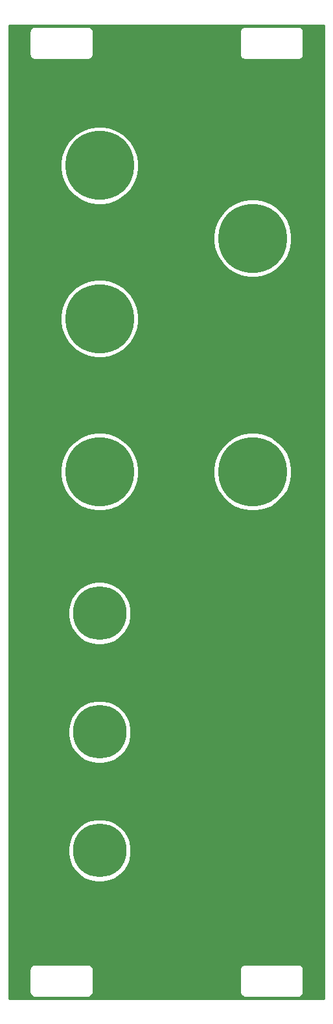
<source format=gbr>
G04 #@! TF.GenerationSoftware,KiCad,Pcbnew,5.1.4*
G04 #@! TF.CreationDate,2019-10-24T23:25:40+02:00*
G04 #@! TF.ProjectId,faceplate,66616365-706c-4617-9465-2e6b69636164,rev?*
G04 #@! TF.SameCoordinates,Original*
G04 #@! TF.FileFunction,Copper,L2,Bot*
G04 #@! TF.FilePolarity,Positive*
%FSLAX46Y46*%
G04 Gerber Fmt 4.6, Leading zero omitted, Abs format (unit mm)*
G04 Created by KiCad (PCBNEW 5.1.4) date 2019-10-24 23:25:40*
%MOMM*%
%LPD*%
G04 APERTURE LIST*
%ADD10C,9.000000*%
%ADD11C,7.000000*%
%ADD12C,0.254000*%
G04 APERTURE END LIST*
D10*
X109000000Y-59000000D03*
X109000000Y-79000000D03*
X109000000Y-99000000D03*
D11*
X109000000Y-117500000D03*
X109000000Y-133000000D03*
X109000000Y-148500000D03*
D10*
X129000000Y-68500000D03*
X129000000Y-99000000D03*
D12*
G36*
X138340001Y-167840000D02*
G01*
X97160000Y-167840000D01*
X97160000Y-164000000D01*
X99836807Y-164000000D01*
X99840001Y-164032429D01*
X99840000Y-166967580D01*
X99836807Y-167000000D01*
X99849550Y-167129383D01*
X99887290Y-167253793D01*
X99948575Y-167368450D01*
X100031052Y-167468948D01*
X100131550Y-167551425D01*
X100246207Y-167612710D01*
X100370617Y-167650450D01*
X100500000Y-167663193D01*
X100532419Y-167660000D01*
X107467581Y-167660000D01*
X107500000Y-167663193D01*
X107532419Y-167660000D01*
X107629383Y-167650450D01*
X107753793Y-167612710D01*
X107868450Y-167551425D01*
X107968948Y-167468948D01*
X108051425Y-167368450D01*
X108112710Y-167253793D01*
X108150450Y-167129383D01*
X108163193Y-167000000D01*
X108160000Y-166967581D01*
X108160000Y-164032419D01*
X108163193Y-164000000D01*
X127336807Y-164000000D01*
X127340001Y-164032429D01*
X127340000Y-166967580D01*
X127336807Y-167000000D01*
X127349550Y-167129383D01*
X127387290Y-167253793D01*
X127448575Y-167368450D01*
X127531052Y-167468948D01*
X127631550Y-167551425D01*
X127746207Y-167612710D01*
X127870617Y-167650450D01*
X128000000Y-167663193D01*
X128032419Y-167660000D01*
X134967581Y-167660000D01*
X135000000Y-167663193D01*
X135032419Y-167660000D01*
X135129383Y-167650450D01*
X135253793Y-167612710D01*
X135368450Y-167551425D01*
X135468948Y-167468948D01*
X135551425Y-167368450D01*
X135612710Y-167253793D01*
X135650450Y-167129383D01*
X135663193Y-167000000D01*
X135660000Y-166967581D01*
X135660000Y-164032419D01*
X135663193Y-164000000D01*
X135650450Y-163870617D01*
X135612710Y-163746207D01*
X135551425Y-163631550D01*
X135468948Y-163531052D01*
X135368450Y-163448575D01*
X135253793Y-163387290D01*
X135129383Y-163349550D01*
X135032419Y-163340000D01*
X135000000Y-163336807D01*
X134967581Y-163340000D01*
X128032419Y-163340000D01*
X128000000Y-163336807D01*
X127967581Y-163340000D01*
X127870617Y-163349550D01*
X127746207Y-163387290D01*
X127631550Y-163448575D01*
X127531052Y-163531052D01*
X127448575Y-163631550D01*
X127387290Y-163746207D01*
X127349550Y-163870617D01*
X127336807Y-164000000D01*
X108163193Y-164000000D01*
X108150450Y-163870617D01*
X108112710Y-163746207D01*
X108051425Y-163631550D01*
X107968948Y-163531052D01*
X107868450Y-163448575D01*
X107753793Y-163387290D01*
X107629383Y-163349550D01*
X107532419Y-163340000D01*
X107500000Y-163336807D01*
X107467581Y-163340000D01*
X100532419Y-163340000D01*
X100500000Y-163336807D01*
X100467581Y-163340000D01*
X100370617Y-163349550D01*
X100246207Y-163387290D01*
X100131550Y-163448575D01*
X100031052Y-163531052D01*
X99948575Y-163631550D01*
X99887290Y-163746207D01*
X99849550Y-163870617D01*
X99836807Y-164000000D01*
X97160000Y-164000000D01*
X97160000Y-148092738D01*
X104865000Y-148092738D01*
X104865000Y-148907262D01*
X105023906Y-149706135D01*
X105335611Y-150458657D01*
X105788136Y-151135909D01*
X106364091Y-151711864D01*
X107041343Y-152164389D01*
X107793865Y-152476094D01*
X108592738Y-152635000D01*
X109407262Y-152635000D01*
X110206135Y-152476094D01*
X110958657Y-152164389D01*
X111635909Y-151711864D01*
X112211864Y-151135909D01*
X112664389Y-150458657D01*
X112976094Y-149706135D01*
X113135000Y-148907262D01*
X113135000Y-148092738D01*
X112976094Y-147293865D01*
X112664389Y-146541343D01*
X112211864Y-145864091D01*
X111635909Y-145288136D01*
X110958657Y-144835611D01*
X110206135Y-144523906D01*
X109407262Y-144365000D01*
X108592738Y-144365000D01*
X107793865Y-144523906D01*
X107041343Y-144835611D01*
X106364091Y-145288136D01*
X105788136Y-145864091D01*
X105335611Y-146541343D01*
X105023906Y-147293865D01*
X104865000Y-148092738D01*
X97160000Y-148092738D01*
X97160000Y-132592738D01*
X104865000Y-132592738D01*
X104865000Y-133407262D01*
X105023906Y-134206135D01*
X105335611Y-134958657D01*
X105788136Y-135635909D01*
X106364091Y-136211864D01*
X107041343Y-136664389D01*
X107793865Y-136976094D01*
X108592738Y-137135000D01*
X109407262Y-137135000D01*
X110206135Y-136976094D01*
X110958657Y-136664389D01*
X111635909Y-136211864D01*
X112211864Y-135635909D01*
X112664389Y-134958657D01*
X112976094Y-134206135D01*
X113135000Y-133407262D01*
X113135000Y-132592738D01*
X112976094Y-131793865D01*
X112664389Y-131041343D01*
X112211864Y-130364091D01*
X111635909Y-129788136D01*
X110958657Y-129335611D01*
X110206135Y-129023906D01*
X109407262Y-128865000D01*
X108592738Y-128865000D01*
X107793865Y-129023906D01*
X107041343Y-129335611D01*
X106364091Y-129788136D01*
X105788136Y-130364091D01*
X105335611Y-131041343D01*
X105023906Y-131793865D01*
X104865000Y-132592738D01*
X97160000Y-132592738D01*
X97160000Y-117092738D01*
X104865000Y-117092738D01*
X104865000Y-117907262D01*
X105023906Y-118706135D01*
X105335611Y-119458657D01*
X105788136Y-120135909D01*
X106364091Y-120711864D01*
X107041343Y-121164389D01*
X107793865Y-121476094D01*
X108592738Y-121635000D01*
X109407262Y-121635000D01*
X110206135Y-121476094D01*
X110958657Y-121164389D01*
X111635909Y-120711864D01*
X112211864Y-120135909D01*
X112664389Y-119458657D01*
X112976094Y-118706135D01*
X113135000Y-117907262D01*
X113135000Y-117092738D01*
X112976094Y-116293865D01*
X112664389Y-115541343D01*
X112211864Y-114864091D01*
X111635909Y-114288136D01*
X110958657Y-113835611D01*
X110206135Y-113523906D01*
X109407262Y-113365000D01*
X108592738Y-113365000D01*
X107793865Y-113523906D01*
X107041343Y-113835611D01*
X106364091Y-114288136D01*
X105788136Y-114864091D01*
X105335611Y-115541343D01*
X105023906Y-116293865D01*
X104865000Y-117092738D01*
X97160000Y-117092738D01*
X97160000Y-98494247D01*
X103865000Y-98494247D01*
X103865000Y-99505753D01*
X104062335Y-100497824D01*
X104449422Y-101432335D01*
X105011385Y-102273372D01*
X105726628Y-102988615D01*
X106567665Y-103550578D01*
X107502176Y-103937665D01*
X108494247Y-104135000D01*
X109505753Y-104135000D01*
X110497824Y-103937665D01*
X111432335Y-103550578D01*
X112273372Y-102988615D01*
X112988615Y-102273372D01*
X113550578Y-101432335D01*
X113937665Y-100497824D01*
X114135000Y-99505753D01*
X114135000Y-98494247D01*
X123865000Y-98494247D01*
X123865000Y-99505753D01*
X124062335Y-100497824D01*
X124449422Y-101432335D01*
X125011385Y-102273372D01*
X125726628Y-102988615D01*
X126567665Y-103550578D01*
X127502176Y-103937665D01*
X128494247Y-104135000D01*
X129505753Y-104135000D01*
X130497824Y-103937665D01*
X131432335Y-103550578D01*
X132273372Y-102988615D01*
X132988615Y-102273372D01*
X133550578Y-101432335D01*
X133937665Y-100497824D01*
X134135000Y-99505753D01*
X134135000Y-98494247D01*
X133937665Y-97502176D01*
X133550578Y-96567665D01*
X132988615Y-95726628D01*
X132273372Y-95011385D01*
X131432335Y-94449422D01*
X130497824Y-94062335D01*
X129505753Y-93865000D01*
X128494247Y-93865000D01*
X127502176Y-94062335D01*
X126567665Y-94449422D01*
X125726628Y-95011385D01*
X125011385Y-95726628D01*
X124449422Y-96567665D01*
X124062335Y-97502176D01*
X123865000Y-98494247D01*
X114135000Y-98494247D01*
X113937665Y-97502176D01*
X113550578Y-96567665D01*
X112988615Y-95726628D01*
X112273372Y-95011385D01*
X111432335Y-94449422D01*
X110497824Y-94062335D01*
X109505753Y-93865000D01*
X108494247Y-93865000D01*
X107502176Y-94062335D01*
X106567665Y-94449422D01*
X105726628Y-95011385D01*
X105011385Y-95726628D01*
X104449422Y-96567665D01*
X104062335Y-97502176D01*
X103865000Y-98494247D01*
X97160000Y-98494247D01*
X97160000Y-78494247D01*
X103865000Y-78494247D01*
X103865000Y-79505753D01*
X104062335Y-80497824D01*
X104449422Y-81432335D01*
X105011385Y-82273372D01*
X105726628Y-82988615D01*
X106567665Y-83550578D01*
X107502176Y-83937665D01*
X108494247Y-84135000D01*
X109505753Y-84135000D01*
X110497824Y-83937665D01*
X111432335Y-83550578D01*
X112273372Y-82988615D01*
X112988615Y-82273372D01*
X113550578Y-81432335D01*
X113937665Y-80497824D01*
X114135000Y-79505753D01*
X114135000Y-78494247D01*
X113937665Y-77502176D01*
X113550578Y-76567665D01*
X112988615Y-75726628D01*
X112273372Y-75011385D01*
X111432335Y-74449422D01*
X110497824Y-74062335D01*
X109505753Y-73865000D01*
X108494247Y-73865000D01*
X107502176Y-74062335D01*
X106567665Y-74449422D01*
X105726628Y-75011385D01*
X105011385Y-75726628D01*
X104449422Y-76567665D01*
X104062335Y-77502176D01*
X103865000Y-78494247D01*
X97160000Y-78494247D01*
X97160000Y-67994247D01*
X123865000Y-67994247D01*
X123865000Y-69005753D01*
X124062335Y-69997824D01*
X124449422Y-70932335D01*
X125011385Y-71773372D01*
X125726628Y-72488615D01*
X126567665Y-73050578D01*
X127502176Y-73437665D01*
X128494247Y-73635000D01*
X129505753Y-73635000D01*
X130497824Y-73437665D01*
X131432335Y-73050578D01*
X132273372Y-72488615D01*
X132988615Y-71773372D01*
X133550578Y-70932335D01*
X133937665Y-69997824D01*
X134135000Y-69005753D01*
X134135000Y-67994247D01*
X133937665Y-67002176D01*
X133550578Y-66067665D01*
X132988615Y-65226628D01*
X132273372Y-64511385D01*
X131432335Y-63949422D01*
X130497824Y-63562335D01*
X129505753Y-63365000D01*
X128494247Y-63365000D01*
X127502176Y-63562335D01*
X126567665Y-63949422D01*
X125726628Y-64511385D01*
X125011385Y-65226628D01*
X124449422Y-66067665D01*
X124062335Y-67002176D01*
X123865000Y-67994247D01*
X97160000Y-67994247D01*
X97160000Y-58494247D01*
X103865000Y-58494247D01*
X103865000Y-59505753D01*
X104062335Y-60497824D01*
X104449422Y-61432335D01*
X105011385Y-62273372D01*
X105726628Y-62988615D01*
X106567665Y-63550578D01*
X107502176Y-63937665D01*
X108494247Y-64135000D01*
X109505753Y-64135000D01*
X110497824Y-63937665D01*
X111432335Y-63550578D01*
X112273372Y-62988615D01*
X112988615Y-62273372D01*
X113550578Y-61432335D01*
X113937665Y-60497824D01*
X114135000Y-59505753D01*
X114135000Y-58494247D01*
X113937665Y-57502176D01*
X113550578Y-56567665D01*
X112988615Y-55726628D01*
X112273372Y-55011385D01*
X111432335Y-54449422D01*
X110497824Y-54062335D01*
X109505753Y-53865000D01*
X108494247Y-53865000D01*
X107502176Y-54062335D01*
X106567665Y-54449422D01*
X105726628Y-55011385D01*
X105011385Y-55726628D01*
X104449422Y-56567665D01*
X104062335Y-57502176D01*
X103865000Y-58494247D01*
X97160000Y-58494247D01*
X97160000Y-41500000D01*
X99836807Y-41500000D01*
X99840001Y-41532429D01*
X99840000Y-44467580D01*
X99836807Y-44500000D01*
X99849550Y-44629383D01*
X99887290Y-44753793D01*
X99948575Y-44868450D01*
X100031052Y-44968948D01*
X100131550Y-45051425D01*
X100246207Y-45112710D01*
X100370617Y-45150450D01*
X100500000Y-45163193D01*
X100532419Y-45160000D01*
X107467581Y-45160000D01*
X107500000Y-45163193D01*
X107532419Y-45160000D01*
X107629383Y-45150450D01*
X107753793Y-45112710D01*
X107868450Y-45051425D01*
X107968948Y-44968948D01*
X108051425Y-44868450D01*
X108112710Y-44753793D01*
X108150450Y-44629383D01*
X108163193Y-44500000D01*
X108160000Y-44467581D01*
X108160000Y-41532419D01*
X108163193Y-41500000D01*
X127336807Y-41500000D01*
X127340001Y-41532429D01*
X127340000Y-44467580D01*
X127336807Y-44500000D01*
X127349550Y-44629383D01*
X127387290Y-44753793D01*
X127448575Y-44868450D01*
X127531052Y-44968948D01*
X127631550Y-45051425D01*
X127746207Y-45112710D01*
X127870617Y-45150450D01*
X128000000Y-45163193D01*
X128032419Y-45160000D01*
X134967581Y-45160000D01*
X135000000Y-45163193D01*
X135032419Y-45160000D01*
X135129383Y-45150450D01*
X135253793Y-45112710D01*
X135368450Y-45051425D01*
X135468948Y-44968948D01*
X135551425Y-44868450D01*
X135612710Y-44753793D01*
X135650450Y-44629383D01*
X135663193Y-44500000D01*
X135660000Y-44467581D01*
X135660000Y-41532419D01*
X135663193Y-41500000D01*
X135650450Y-41370617D01*
X135612710Y-41246207D01*
X135551425Y-41131550D01*
X135468948Y-41031052D01*
X135368450Y-40948575D01*
X135253793Y-40887290D01*
X135129383Y-40849550D01*
X135032419Y-40840000D01*
X135000000Y-40836807D01*
X134967581Y-40840000D01*
X128032419Y-40840000D01*
X128000000Y-40836807D01*
X127967581Y-40840000D01*
X127870617Y-40849550D01*
X127746207Y-40887290D01*
X127631550Y-40948575D01*
X127531052Y-41031052D01*
X127448575Y-41131550D01*
X127387290Y-41246207D01*
X127349550Y-41370617D01*
X127336807Y-41500000D01*
X108163193Y-41500000D01*
X108150450Y-41370617D01*
X108112710Y-41246207D01*
X108051425Y-41131550D01*
X107968948Y-41031052D01*
X107868450Y-40948575D01*
X107753793Y-40887290D01*
X107629383Y-40849550D01*
X107532419Y-40840000D01*
X107500000Y-40836807D01*
X107467581Y-40840000D01*
X100532419Y-40840000D01*
X100500000Y-40836807D01*
X100467581Y-40840000D01*
X100370617Y-40849550D01*
X100246207Y-40887290D01*
X100131550Y-40948575D01*
X100031052Y-41031052D01*
X99948575Y-41131550D01*
X99887290Y-41246207D01*
X99849550Y-41370617D01*
X99836807Y-41500000D01*
X97160000Y-41500000D01*
X97160000Y-40660000D01*
X138340000Y-40660000D01*
X138340001Y-167840000D01*
X138340001Y-167840000D01*
G37*
X138340001Y-167840000D02*
X97160000Y-167840000D01*
X97160000Y-164000000D01*
X99836807Y-164000000D01*
X99840001Y-164032429D01*
X99840000Y-166967580D01*
X99836807Y-167000000D01*
X99849550Y-167129383D01*
X99887290Y-167253793D01*
X99948575Y-167368450D01*
X100031052Y-167468948D01*
X100131550Y-167551425D01*
X100246207Y-167612710D01*
X100370617Y-167650450D01*
X100500000Y-167663193D01*
X100532419Y-167660000D01*
X107467581Y-167660000D01*
X107500000Y-167663193D01*
X107532419Y-167660000D01*
X107629383Y-167650450D01*
X107753793Y-167612710D01*
X107868450Y-167551425D01*
X107968948Y-167468948D01*
X108051425Y-167368450D01*
X108112710Y-167253793D01*
X108150450Y-167129383D01*
X108163193Y-167000000D01*
X108160000Y-166967581D01*
X108160000Y-164032419D01*
X108163193Y-164000000D01*
X127336807Y-164000000D01*
X127340001Y-164032429D01*
X127340000Y-166967580D01*
X127336807Y-167000000D01*
X127349550Y-167129383D01*
X127387290Y-167253793D01*
X127448575Y-167368450D01*
X127531052Y-167468948D01*
X127631550Y-167551425D01*
X127746207Y-167612710D01*
X127870617Y-167650450D01*
X128000000Y-167663193D01*
X128032419Y-167660000D01*
X134967581Y-167660000D01*
X135000000Y-167663193D01*
X135032419Y-167660000D01*
X135129383Y-167650450D01*
X135253793Y-167612710D01*
X135368450Y-167551425D01*
X135468948Y-167468948D01*
X135551425Y-167368450D01*
X135612710Y-167253793D01*
X135650450Y-167129383D01*
X135663193Y-167000000D01*
X135660000Y-166967581D01*
X135660000Y-164032419D01*
X135663193Y-164000000D01*
X135650450Y-163870617D01*
X135612710Y-163746207D01*
X135551425Y-163631550D01*
X135468948Y-163531052D01*
X135368450Y-163448575D01*
X135253793Y-163387290D01*
X135129383Y-163349550D01*
X135032419Y-163340000D01*
X135000000Y-163336807D01*
X134967581Y-163340000D01*
X128032419Y-163340000D01*
X128000000Y-163336807D01*
X127967581Y-163340000D01*
X127870617Y-163349550D01*
X127746207Y-163387290D01*
X127631550Y-163448575D01*
X127531052Y-163531052D01*
X127448575Y-163631550D01*
X127387290Y-163746207D01*
X127349550Y-163870617D01*
X127336807Y-164000000D01*
X108163193Y-164000000D01*
X108150450Y-163870617D01*
X108112710Y-163746207D01*
X108051425Y-163631550D01*
X107968948Y-163531052D01*
X107868450Y-163448575D01*
X107753793Y-163387290D01*
X107629383Y-163349550D01*
X107532419Y-163340000D01*
X107500000Y-163336807D01*
X107467581Y-163340000D01*
X100532419Y-163340000D01*
X100500000Y-163336807D01*
X100467581Y-163340000D01*
X100370617Y-163349550D01*
X100246207Y-163387290D01*
X100131550Y-163448575D01*
X100031052Y-163531052D01*
X99948575Y-163631550D01*
X99887290Y-163746207D01*
X99849550Y-163870617D01*
X99836807Y-164000000D01*
X97160000Y-164000000D01*
X97160000Y-148092738D01*
X104865000Y-148092738D01*
X104865000Y-148907262D01*
X105023906Y-149706135D01*
X105335611Y-150458657D01*
X105788136Y-151135909D01*
X106364091Y-151711864D01*
X107041343Y-152164389D01*
X107793865Y-152476094D01*
X108592738Y-152635000D01*
X109407262Y-152635000D01*
X110206135Y-152476094D01*
X110958657Y-152164389D01*
X111635909Y-151711864D01*
X112211864Y-151135909D01*
X112664389Y-150458657D01*
X112976094Y-149706135D01*
X113135000Y-148907262D01*
X113135000Y-148092738D01*
X112976094Y-147293865D01*
X112664389Y-146541343D01*
X112211864Y-145864091D01*
X111635909Y-145288136D01*
X110958657Y-144835611D01*
X110206135Y-144523906D01*
X109407262Y-144365000D01*
X108592738Y-144365000D01*
X107793865Y-144523906D01*
X107041343Y-144835611D01*
X106364091Y-145288136D01*
X105788136Y-145864091D01*
X105335611Y-146541343D01*
X105023906Y-147293865D01*
X104865000Y-148092738D01*
X97160000Y-148092738D01*
X97160000Y-132592738D01*
X104865000Y-132592738D01*
X104865000Y-133407262D01*
X105023906Y-134206135D01*
X105335611Y-134958657D01*
X105788136Y-135635909D01*
X106364091Y-136211864D01*
X107041343Y-136664389D01*
X107793865Y-136976094D01*
X108592738Y-137135000D01*
X109407262Y-137135000D01*
X110206135Y-136976094D01*
X110958657Y-136664389D01*
X111635909Y-136211864D01*
X112211864Y-135635909D01*
X112664389Y-134958657D01*
X112976094Y-134206135D01*
X113135000Y-133407262D01*
X113135000Y-132592738D01*
X112976094Y-131793865D01*
X112664389Y-131041343D01*
X112211864Y-130364091D01*
X111635909Y-129788136D01*
X110958657Y-129335611D01*
X110206135Y-129023906D01*
X109407262Y-128865000D01*
X108592738Y-128865000D01*
X107793865Y-129023906D01*
X107041343Y-129335611D01*
X106364091Y-129788136D01*
X105788136Y-130364091D01*
X105335611Y-131041343D01*
X105023906Y-131793865D01*
X104865000Y-132592738D01*
X97160000Y-132592738D01*
X97160000Y-117092738D01*
X104865000Y-117092738D01*
X104865000Y-117907262D01*
X105023906Y-118706135D01*
X105335611Y-119458657D01*
X105788136Y-120135909D01*
X106364091Y-120711864D01*
X107041343Y-121164389D01*
X107793865Y-121476094D01*
X108592738Y-121635000D01*
X109407262Y-121635000D01*
X110206135Y-121476094D01*
X110958657Y-121164389D01*
X111635909Y-120711864D01*
X112211864Y-120135909D01*
X112664389Y-119458657D01*
X112976094Y-118706135D01*
X113135000Y-117907262D01*
X113135000Y-117092738D01*
X112976094Y-116293865D01*
X112664389Y-115541343D01*
X112211864Y-114864091D01*
X111635909Y-114288136D01*
X110958657Y-113835611D01*
X110206135Y-113523906D01*
X109407262Y-113365000D01*
X108592738Y-113365000D01*
X107793865Y-113523906D01*
X107041343Y-113835611D01*
X106364091Y-114288136D01*
X105788136Y-114864091D01*
X105335611Y-115541343D01*
X105023906Y-116293865D01*
X104865000Y-117092738D01*
X97160000Y-117092738D01*
X97160000Y-98494247D01*
X103865000Y-98494247D01*
X103865000Y-99505753D01*
X104062335Y-100497824D01*
X104449422Y-101432335D01*
X105011385Y-102273372D01*
X105726628Y-102988615D01*
X106567665Y-103550578D01*
X107502176Y-103937665D01*
X108494247Y-104135000D01*
X109505753Y-104135000D01*
X110497824Y-103937665D01*
X111432335Y-103550578D01*
X112273372Y-102988615D01*
X112988615Y-102273372D01*
X113550578Y-101432335D01*
X113937665Y-100497824D01*
X114135000Y-99505753D01*
X114135000Y-98494247D01*
X123865000Y-98494247D01*
X123865000Y-99505753D01*
X124062335Y-100497824D01*
X124449422Y-101432335D01*
X125011385Y-102273372D01*
X125726628Y-102988615D01*
X126567665Y-103550578D01*
X127502176Y-103937665D01*
X128494247Y-104135000D01*
X129505753Y-104135000D01*
X130497824Y-103937665D01*
X131432335Y-103550578D01*
X132273372Y-102988615D01*
X132988615Y-102273372D01*
X133550578Y-101432335D01*
X133937665Y-100497824D01*
X134135000Y-99505753D01*
X134135000Y-98494247D01*
X133937665Y-97502176D01*
X133550578Y-96567665D01*
X132988615Y-95726628D01*
X132273372Y-95011385D01*
X131432335Y-94449422D01*
X130497824Y-94062335D01*
X129505753Y-93865000D01*
X128494247Y-93865000D01*
X127502176Y-94062335D01*
X126567665Y-94449422D01*
X125726628Y-95011385D01*
X125011385Y-95726628D01*
X124449422Y-96567665D01*
X124062335Y-97502176D01*
X123865000Y-98494247D01*
X114135000Y-98494247D01*
X113937665Y-97502176D01*
X113550578Y-96567665D01*
X112988615Y-95726628D01*
X112273372Y-95011385D01*
X111432335Y-94449422D01*
X110497824Y-94062335D01*
X109505753Y-93865000D01*
X108494247Y-93865000D01*
X107502176Y-94062335D01*
X106567665Y-94449422D01*
X105726628Y-95011385D01*
X105011385Y-95726628D01*
X104449422Y-96567665D01*
X104062335Y-97502176D01*
X103865000Y-98494247D01*
X97160000Y-98494247D01*
X97160000Y-78494247D01*
X103865000Y-78494247D01*
X103865000Y-79505753D01*
X104062335Y-80497824D01*
X104449422Y-81432335D01*
X105011385Y-82273372D01*
X105726628Y-82988615D01*
X106567665Y-83550578D01*
X107502176Y-83937665D01*
X108494247Y-84135000D01*
X109505753Y-84135000D01*
X110497824Y-83937665D01*
X111432335Y-83550578D01*
X112273372Y-82988615D01*
X112988615Y-82273372D01*
X113550578Y-81432335D01*
X113937665Y-80497824D01*
X114135000Y-79505753D01*
X114135000Y-78494247D01*
X113937665Y-77502176D01*
X113550578Y-76567665D01*
X112988615Y-75726628D01*
X112273372Y-75011385D01*
X111432335Y-74449422D01*
X110497824Y-74062335D01*
X109505753Y-73865000D01*
X108494247Y-73865000D01*
X107502176Y-74062335D01*
X106567665Y-74449422D01*
X105726628Y-75011385D01*
X105011385Y-75726628D01*
X104449422Y-76567665D01*
X104062335Y-77502176D01*
X103865000Y-78494247D01*
X97160000Y-78494247D01*
X97160000Y-67994247D01*
X123865000Y-67994247D01*
X123865000Y-69005753D01*
X124062335Y-69997824D01*
X124449422Y-70932335D01*
X125011385Y-71773372D01*
X125726628Y-72488615D01*
X126567665Y-73050578D01*
X127502176Y-73437665D01*
X128494247Y-73635000D01*
X129505753Y-73635000D01*
X130497824Y-73437665D01*
X131432335Y-73050578D01*
X132273372Y-72488615D01*
X132988615Y-71773372D01*
X133550578Y-70932335D01*
X133937665Y-69997824D01*
X134135000Y-69005753D01*
X134135000Y-67994247D01*
X133937665Y-67002176D01*
X133550578Y-66067665D01*
X132988615Y-65226628D01*
X132273372Y-64511385D01*
X131432335Y-63949422D01*
X130497824Y-63562335D01*
X129505753Y-63365000D01*
X128494247Y-63365000D01*
X127502176Y-63562335D01*
X126567665Y-63949422D01*
X125726628Y-64511385D01*
X125011385Y-65226628D01*
X124449422Y-66067665D01*
X124062335Y-67002176D01*
X123865000Y-67994247D01*
X97160000Y-67994247D01*
X97160000Y-58494247D01*
X103865000Y-58494247D01*
X103865000Y-59505753D01*
X104062335Y-60497824D01*
X104449422Y-61432335D01*
X105011385Y-62273372D01*
X105726628Y-62988615D01*
X106567665Y-63550578D01*
X107502176Y-63937665D01*
X108494247Y-64135000D01*
X109505753Y-64135000D01*
X110497824Y-63937665D01*
X111432335Y-63550578D01*
X112273372Y-62988615D01*
X112988615Y-62273372D01*
X113550578Y-61432335D01*
X113937665Y-60497824D01*
X114135000Y-59505753D01*
X114135000Y-58494247D01*
X113937665Y-57502176D01*
X113550578Y-56567665D01*
X112988615Y-55726628D01*
X112273372Y-55011385D01*
X111432335Y-54449422D01*
X110497824Y-54062335D01*
X109505753Y-53865000D01*
X108494247Y-53865000D01*
X107502176Y-54062335D01*
X106567665Y-54449422D01*
X105726628Y-55011385D01*
X105011385Y-55726628D01*
X104449422Y-56567665D01*
X104062335Y-57502176D01*
X103865000Y-58494247D01*
X97160000Y-58494247D01*
X97160000Y-41500000D01*
X99836807Y-41500000D01*
X99840001Y-41532429D01*
X99840000Y-44467580D01*
X99836807Y-44500000D01*
X99849550Y-44629383D01*
X99887290Y-44753793D01*
X99948575Y-44868450D01*
X100031052Y-44968948D01*
X100131550Y-45051425D01*
X100246207Y-45112710D01*
X100370617Y-45150450D01*
X100500000Y-45163193D01*
X100532419Y-45160000D01*
X107467581Y-45160000D01*
X107500000Y-45163193D01*
X107532419Y-45160000D01*
X107629383Y-45150450D01*
X107753793Y-45112710D01*
X107868450Y-45051425D01*
X107968948Y-44968948D01*
X108051425Y-44868450D01*
X108112710Y-44753793D01*
X108150450Y-44629383D01*
X108163193Y-44500000D01*
X108160000Y-44467581D01*
X108160000Y-41532419D01*
X108163193Y-41500000D01*
X127336807Y-41500000D01*
X127340001Y-41532429D01*
X127340000Y-44467580D01*
X127336807Y-44500000D01*
X127349550Y-44629383D01*
X127387290Y-44753793D01*
X127448575Y-44868450D01*
X127531052Y-44968948D01*
X127631550Y-45051425D01*
X127746207Y-45112710D01*
X127870617Y-45150450D01*
X128000000Y-45163193D01*
X128032419Y-45160000D01*
X134967581Y-45160000D01*
X135000000Y-45163193D01*
X135032419Y-45160000D01*
X135129383Y-45150450D01*
X135253793Y-45112710D01*
X135368450Y-45051425D01*
X135468948Y-44968948D01*
X135551425Y-44868450D01*
X135612710Y-44753793D01*
X135650450Y-44629383D01*
X135663193Y-44500000D01*
X135660000Y-44467581D01*
X135660000Y-41532419D01*
X135663193Y-41500000D01*
X135650450Y-41370617D01*
X135612710Y-41246207D01*
X135551425Y-41131550D01*
X135468948Y-41031052D01*
X135368450Y-40948575D01*
X135253793Y-40887290D01*
X135129383Y-40849550D01*
X135032419Y-40840000D01*
X135000000Y-40836807D01*
X134967581Y-40840000D01*
X128032419Y-40840000D01*
X128000000Y-40836807D01*
X127967581Y-40840000D01*
X127870617Y-40849550D01*
X127746207Y-40887290D01*
X127631550Y-40948575D01*
X127531052Y-41031052D01*
X127448575Y-41131550D01*
X127387290Y-41246207D01*
X127349550Y-41370617D01*
X127336807Y-41500000D01*
X108163193Y-41500000D01*
X108150450Y-41370617D01*
X108112710Y-41246207D01*
X108051425Y-41131550D01*
X107968948Y-41031052D01*
X107868450Y-40948575D01*
X107753793Y-40887290D01*
X107629383Y-40849550D01*
X107532419Y-40840000D01*
X107500000Y-40836807D01*
X107467581Y-40840000D01*
X100532419Y-40840000D01*
X100500000Y-40836807D01*
X100467581Y-40840000D01*
X100370617Y-40849550D01*
X100246207Y-40887290D01*
X100131550Y-40948575D01*
X100031052Y-41031052D01*
X99948575Y-41131550D01*
X99887290Y-41246207D01*
X99849550Y-41370617D01*
X99836807Y-41500000D01*
X97160000Y-41500000D01*
X97160000Y-40660000D01*
X138340000Y-40660000D01*
X138340001Y-167840000D01*
M02*

</source>
